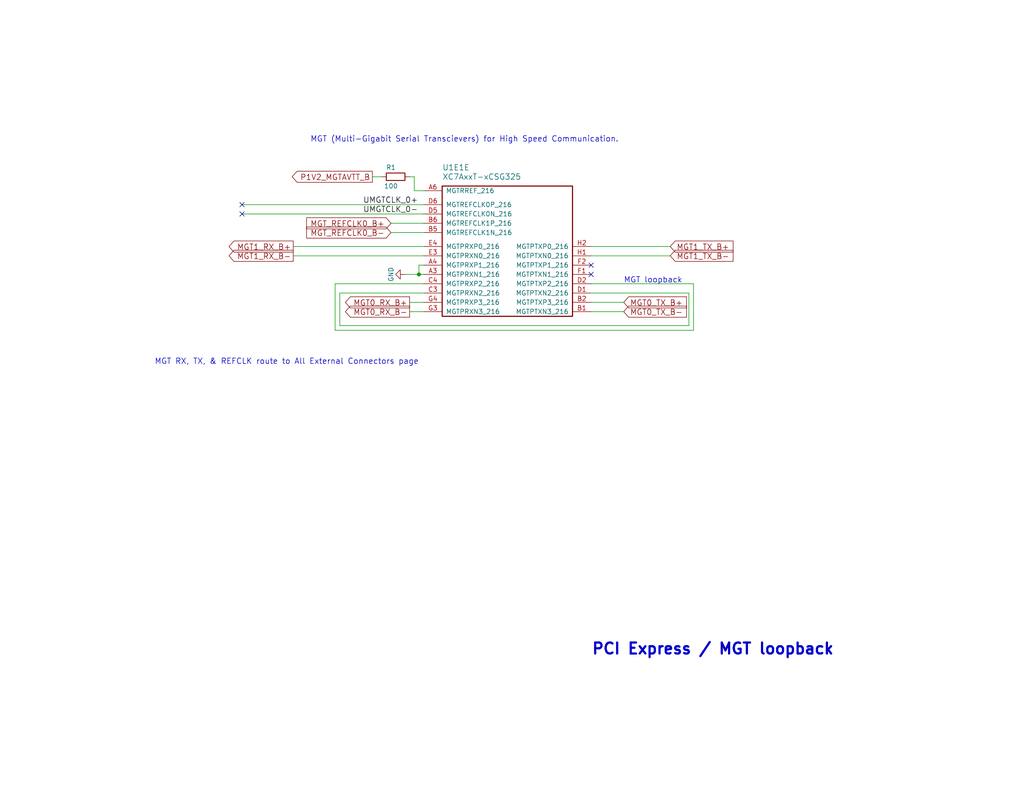
<source format=kicad_sch>
(kicad_sch (version 20250114) (generator "eeschema") (generator_version "9.0")
  (paper "A")
  (title_block (title "hFPGA") (date "2025-09-16") (rev "D") (company "Ethan Yang (github.com/ethanyangtaco115) & Stanely Wang") (comment 1 "A modification of the PicoEVB (github.com/RHSResearchLLC/PicoEVB)") (comment 2 "An expansion"))
  (lib_symbols
    (symbol "CONN_COAXIAL_1" (pin_names (offset 1.016) (hide yes))
      (property "Reference" "J" (at 0.254 3.048 0))
      (property "Value" "CONN_COAXIAL" (at 2.921 0 90))
      (symbol "CONN_COAXIAL_1_1_1"
        (pin passive line (at -3.81 0 0) (length 2.54) (name "In") (number "1"))
        (pin passive line (at 0 -5.08 90) (length 2.54) (name "Ext") (number "2"))
      )
    )
    (symbol "CONN_COAXIAL_2" (pin_names (offset 1.016) (hide yes))
      (property "Reference" "J" (at 0.254 3.048 0))
      (property "Value" "CONN_COAXIAL" (at 2.921 0 90))
      (symbol "CONN_COAXIAL_2_1_1"
        (pin passive line (at -3.81 0 0) (length 2.54) (name "In") (number "1"))
        (pin passive line (at 0 -5.08 90) (length 2.54) (name "Ext") (number "2"))
      )
    )
    (symbol "CONN_COAXIAL_3" (pin_names (offset 1.016) (hide yes))
      (property "Reference" "J" (at 0.254 3.048 0))
      (property "Value" "CONN_COAXIAL" (at 2.921 0 90))
      (symbol "CONN_COAXIAL_3_1_1"
        (pin passive line (at -3.81 0 0) (length 2.54) (name "In") (number "1"))
        (pin passive line (at 0 -5.08 90) (length 2.54) (name "Ext") (number "2"))
      )
    )
    (symbol "CONN_COAXIAL_4" (pin_names (offset 1.016) (hide yes))
      (property "Reference" "J" (at 0.254 3.048 0))
      (property "Value" "CONN_COAXIAL" (at 2.921 0 90))
      (symbol "CONN_COAXIAL_4_1_1"
        (pin passive line (at -3.81 0 0) (length 2.54) (name "In") (number "1"))
        (pin passive line (at 0 -5.08 90) (length 2.54) (name "Ext") (number "2"))
      )
    )
    (symbol "CONN_COAXIAL_5" (pin_names (offset 1.016) (hide yes))
      (property "Reference" "J" (at 0.254 3.048 0))
      (property "Value" "CONN_COAXIAL" (at 2.921 0 90))
      (symbol "CONN_COAXIAL_5_1_1"
        (pin passive line (at -3.81 0 0) (length 2.54) (name "In") (number "1"))
        (pin passive line (at 0 -5.08 90) (length 2.54) (name "Ext") (number "2"))
      )
    )
    (symbol "CONN_COAXIAL_6" (pin_names (offset 1.016) (hide yes))
      (property "Reference" "J" (at 0.254 3.048 0))
      (property "Value" "CONN_COAXIAL" (at 2.921 0 90))
      (symbol "CONN_COAXIAL_6_1_1"
        (pin passive line (at -3.81 0 0) (length 2.54) (name "In") (number "1"))
        (pin passive line (at 0 -5.08 90) (length 2.54) (name "Ext") (number "2"))
      )
    )
    (symbol "GND_1" (power) (pin_names (offset 0))
      (property "Value" "GND" (at 0 -3.81 0))
      (symbol "GND_1_1_1"
        (pin power_in line (at 0 0 270) (length 0) (hide yes) (name "GND") (number "1"))
      )
    )
    (symbol "GND_10" (power) (pin_names (offset 0))
      (property "Value" "GND" (at 0 -3.81 0))
      (symbol "GND_10_1_1"
        (pin power_in line (at 0 0 270) (length 0) (hide yes) (name "GND") (number "1"))
      )
    )
    (symbol "GND_2" (power) (pin_names (offset 0))
      (property "Value" "GND" (at 0 -3.81 0))
      (symbol "GND_2_1_1"
        (pin power_in line (at 0 0 270) (length 0) (hide yes) (name "GND") (number "1"))
      )
    )
    (symbol "GND_3" (power) (pin_names (offset 0))
      (property "Value" "GND" (at 0 -3.81 0))
      (symbol "GND_3_1_1"
        (pin power_in line (at 0 0 270) (length 0) (hide yes) (name "GND") (number "1"))
      )
    )
    (symbol "GND_4" (power) (pin_names (offset 0))
      (property "Value" "GND" (at 0 -3.81 0))
      (symbol "GND_4_1_1"
        (pin power_in line (at 0 0 270) (length 0) (hide yes) (name "GND") (number "1"))
      )
    )
    (symbol "GND_5" (power) (pin_names (offset 0))
      (property "Value" "GND" (at 0 -3.81 0))
      (symbol "GND_5_1_1"
        (pin power_in line (at 0 0 270) (length 0) (hide yes) (name "GND") (number "1"))
      )
    )
    (symbol "GND_6" (power) (pin_names (offset 0))
      (property "Value" "GND" (at 0 -3.81 0))
      (symbol "GND_6_1_1"
        (pin power_in line (at 0 0 270) (length 0) (hide yes) (name "GND") (number "1"))
      )
    )
    (symbol "GND_7" (power) (pin_names (offset 0))
      (property "Value" "GND" (at 0 -3.81 0))
      (symbol "GND_7_1_1"
        (pin power_in line (at 0 0 270) (length 0) (hide yes) (name "GND") (number "1"))
      )
    )
    (symbol "R_1" (pin_numbers (hide yes)) (pin_names (offset 0))
      (property "Reference" "R" (at 2.032 0 90))
      (property "Value" "R" (at 0 0 90))
      (symbol "R_1_1_1"
        (pin passive line (at 0 3.81 270) (length 1.27) (name "~") (number "1"))
        (pin passive line (at 0 -3.81 90) (length 1.27) (name "~") (number "2"))
      )
    )
    (symbol "R_2" (pin_numbers (hide yes)) (pin_names (offset 0))
      (property "Reference" "R" (at 2.032 0 90))
      (property "Value" "R" (at 0 0 90))
      (symbol "R_2_1_1"
        (pin passive line (at 0 3.81 270) (length 1.27) (name "~") (number "1"))
        (pin passive line (at 0 -3.81 90) (length 1.27) (name "~") (number "2"))
      )
    )
    (symbol "xc7a50tcsg325_1" (pin_names (offset 1.016))
      (property "Reference" "U" (at 1.27 3.81 0))
      (property "Value" "xc7a50tcsg325" (at 8.89 3.81 0))
      (symbol "xc7a50tcsg325_1_1_1"
        (pin power_in line (at 0 0 0) (length 5.08) (name "VCCO_0[2]") (number "E10"))
        (pin power_in line (at 0 0 0) (length 5.08) (name "VCCO_0[2]") (number "R10"))
        (pin power_in line (at 0 -2.54 0) (length 5.08) (name "VCCBATT_0") (number "E11"))
        (pin input line (at 0 -6.35 0) (length 5.08) (name "CFGBVS_0") (number "E12"))
        (pin input line (at 0 -8.89 0) (length 5.08) (name "M0_0") (number "R12"))
        (pin input line (at 0 -11.43 0) (length 5.08) (name "M1_0") (number "R11"))
        (pin input line (at 0 -13.97 0) (length 5.08) (name "M2_0") (number "F13"))
        (pin input line (at 0 -17.78 0) (length 5.08) (name "TDI_0") (number "T9"))
        (pin output line (at 0 -20.32 0) (length 5.08) (name "TDO_0") (number "T8"))
        (pin input line (at 0 -22.86 0) (length 5.08) (name "TMS_0") (number "R8"))
        (pin input line (at 0 -25.4 0) (length 5.08) (name "TCK_0") (number "F8"))
        (pin input line (at 0 -29.21 0) (length 5.08) (name "PROGRAM_B_0") (number "P10"))
        (pin input line (at 0 -31.75 0) (length 5.08) (name "INIT_B_0") (number "T10"))
        (pin output line (at 0 -34.29 0) (length 5.08) (name "DONE_0") (number "F12"))
        (pin input line (at 0 -38.1 0) (length 5.08) (name "CCLK_0") (number "E8"))
        (pin power_in line (at 36.83 0 180) (length 5.08) (name "VCCADC_0") (number "J10"))
        (pin power_in line (at 36.83 -2.54 180) (length 5.08) (name "GNDADC_0") (number "J9"))
        (pin input line (at 36.83 -5.08 180) (length 5.08) (name "VREFP_0") (number "L10"))
        (pin input line (at 36.83 -7.62 180) (length 5.08) (name "VREFN_0") (number "K9"))
        (pin input line (at 36.83 -10.16 180) (length 5.08) (name "VP_0") (number "K10"))
        (pin input line (at 36.83 -12.7 180) (length 5.08) (name "VN_0") (number "L9"))
        (pin passive line (at 36.83 -16.51 180) (length 5.08) (name "DXN_0") (number "M9"))
        (pin passive line (at 36.83 -19.05 180) (length 5.08) (name "DXP_0") (number "M10"))
      )
      (symbol "xc7a50tcsg325_1_2_1"
        (pin bidirectional line (at 0 0 0) (length 5.08) (name "IO_0_14") (number "L14"))
        (pin bidirectional line (at 0 -2.54 0) (length 5.08) (name "IO_L1P_T0_D00_MOSI_14") (number "K16"))
        (pin bidirectional line (at 0 -5.08 0) (length 5.08) (name "IO_L1N_T0_D01_DIN_14") (number "L17"))
        (pin bidirectional line (at 0 -7.62 0) (length 5.08) (name "IO_L2P_T0_D02_14") (number "J15"))
        (pin bidirectional line (at 0 -10.16 0) (length 5.08) (name "IO_L2N_T0_D03_14") (number "J16"))
        (pin bidirectional line (at 0 -12.7 0) (length 5.08) (name "IO_L3P_T0_DQS_PUDC_B_14") (number "J18"))
        (pin bidirectional line (at 0 -15.24 0) (length 5.08) (name "IO_L3N_T0_DQS_EMCCLK_14") (number "K18"))
        (pin bidirectional line (at 0 -17.78 0) (length 5.08) (name "IO_L4P_T0_D04_14") (number "K17"))
        (pin bidirectional line (at 0 -20.32 0) (length 5.08) (name "IO_L4N_T0_D05_14") (number "L18"))
        (pin bidirectional line (at 0 -22.86 0) (length 5.08) (name "IO_L5P_T0_D06_14") (number "J14"))
        (pin bidirectional line (at 0 -25.4 0) (length 5.08) (name "IO_L5N_T0_D07_14") (number "K15"))
        (pin bidirectional line (at 0 -27.94 0) (length 5.08) (name "IO_L6P_T0_FCS_B_14") (number "L15"))
        (pin bidirectional line (at 0 -30.48 0) (length 5.08) (name "IO_L6N_T0_D08_VREF_14") (number "M15"))
        (pin bidirectional line (at 0 -33.02 0) (length 5.08) (name "IO_L7P_T1_D09_14") (number "M16"))
        (pin bidirectional line (at 0 -35.56 0) (length 5.08) (name "IO_L7N_T1_D10_14") (number "M17"))
        (pin bidirectional line (at 0 -38.1 0) (length 5.08) (name "IO_L8P_T1_D11_14") (number "M14"))
        (pin bidirectional line (at 0 -40.64 0) (length 5.08) (name "IO_L8N_T1_D12_14") (number "N14"))
        (pin bidirectional line (at 0 -43.18 0) (length 5.08) (name "IO_L9P_T1_DQS_14") (number "N16"))
        (pin bidirectional line (at 0 -45.72 0) (length 5.08) (name "IO_L9N_T1_DQS_D13_14") (number "N17"))
        (pin bidirectional line (at 0 -48.26 0) (length 5.08) (name "IO_L10P_T1_D14_14") (number "N18"))
        (pin bidirectional line (at 0 -50.8 0) (length 5.08) (name "IO_L10N_T1_D15_14") (number "P18"))
        (pin bidirectional line (at 0 -53.34 0) (length 5.08) (name "IO_L11P_T1_SRCC_14") (number "P15"))
        (pin bidirectional line (at 0 -55.88 0) (length 5.08) (name "IO_L11N_T1_SRCC_14") (number "P16"))
        (pin bidirectional line (at 0 -58.42 0) (length 5.08) (name "IO_L12P_T1_MRCC_14") (number "P14"))
        (pin bidirectional line (at 0 -60.96 0) (length 5.08) (name "IO_L12N_T1_MRCC_14") (number "R15"))
        (pin bidirectional line (at 0 -63.5 0) (length 5.08) (name "IO_L13P_T2_MRCC_14") (number "T14"))
        (pin bidirectional line (at 0 -66.04 0) (length 5.08) (name "IO_L13N_T2_MRCC_14") (number "T15"))
        (pin bidirectional line (at 0 -68.58 0) (length 5.08) (name "IO_L14P_T2_SRCC_14") (number "R16"))
        (pin bidirectional line (at 0 -71.12 0) (length 5.08) (name "IO_L14N_T2_SRCC_14") (number "R17"))
        (pin bidirectional line (at 0 -73.66 0) (length 5.08) (name "IO_L15P_T2_DQS_RDWR_B_14") (number "R18"))
        (pin bidirectional line (at 0 -76.2 0) (length 5.08) (name "IO_L15N_T2_DQS_DOUT_CSO_B_14") (number "T18"))
        (pin bidirectional line (at 0 -78.74 0) (length 5.08) (name "IO_L16P_T2_CSI_B_14") (number "T17"))
        (pin bidirectional line (at 0 -81.28 0) (length 5.08) (name "IO_L16N_T2_A15_D31_14") (number "U17"))
        (pin bidirectional line (at 0 -83.82 0) (length 5.08) (name "IO_L17P_T2_A14_D30_14") (number "U15"))
        (pin bidirectional line (at 0 -86.36 0) (length 5.08) (name "IO_L17N_T2_A13_D29_14") (number "U16"))
        (pin bidirectional line (at 0 -88.9 0) (length 5.08) (name "IO_L18P_T2_A12_D28_14") (number "V16"))
        (pin bidirectional line (at 0 -91.44 0) (length 5.08) (name "IO_L18N_T2_A11_D27_14") (number "V17"))
        (pin bidirectional line (at 0 -93.98 0) (length 5.08) (name "IO_L19P_T3_A10_D26_14") (number "R13"))
        (pin bidirectional line (at 0 -96.52 0) (length 5.08) (name "IO_L19N_T3_A09_D25_VREF_14") (number "T13"))
        (pin bidirectional line (at 0 -99.06 0) (length 5.08) (name "IO_L20P_T3_A08_D24_14") (number "U14"))
        (pin bidirectional line (at 0 -101.6 0) (length 5.08) (name "IO_L20N_T3_A07_D23_14") (number "V14"))
        (pin bidirectional line (at 0 -104.14 0) (length 5.08) (name "IO_L21P_T3_DQS_14") (number "V12"))
        (pin bidirectional line (at 0 -106.68 0) (length 5.08) (name "IO_L21N_T3_DQS_A06_D22_14") (number "V13"))
        (pin bidirectional line (at 0 -109.22 0) (length 5.08) (name "IO_L22P_T3_A05_D21_14") (number "T12"))
        (pin bidirectional line (at 0 -111.76 0) (length 5.08) (name "IO_L22N_T3_A04_D20_14") (number "U12"))
        (pin bidirectional line (at 0 -114.3 0) (length 5.08) (name "IO_L23P_T3_A03_D19_14") (number "U11"))
        (pin bidirectional line (at 0 -116.84 0) (length 5.08) (name "IO_L23N_T3_A02_D18_14") (number "V11"))
        (pin bidirectional line (at 0 -119.38 0) (length 5.08) (name "IO_L24P_T3_A01_D17_14") (number "U9"))
        (pin bidirectional line (at 0 -121.92 0) (length 5.08) (name "IO_L24N_T3_A00_D16_14") (number "V9"))
        (pin bidirectional line (at 0 -124.46 0) (length 5.08) (name "IO_25_14") (number "U10"))
        (pin power_in line (at 0 -127 0) (length 5.08) (name "VCCO_14[7]") (number "L16"))
        (pin power_in line (at 0 -127 0) (length 5.08) (name "VCCO_14[7]") (number "P17"))
        (pin power_in line (at 0 -127 0) (length 5.08) (name "VCCO_14[7]") (number "R14"))
        (pin power_in line (at 0 -127 0) (length 5.08) (name "VCCO_14[7]") (number "T11"))
        (pin power_in line (at 0 -127 0) (length 5.08) (name "VCCO_14[7]") (number "U18"))
        (pin power_in line (at 0 -127 0) (length 5.08) (name "VCCO_14[7]") (number "U8"))
        (pin power_in line (at 0 -127 0) (length 5.08) (name "VCCO_14[7]") (number "V15"))
      )
      (symbol "xc7a50tcsg325_1_3_1"
        (pin bidirectional line (at 0 0 0) (length 5.08) (name "IO_0_15") (number "D10"))
        (pin bidirectional line (at 0 -2.54 0) (length 5.08) (name "IO_L1P_T0_AD0P_15") (number "D8"))
        (pin bidirectional line (at 0 -5.08 0) (length 5.08) (name "IO_L1N_T0_AD0N_15") (number "C8"))
        (pin bidirectional line (at 0 -7.62 0) (length 5.08) (name "IO_L2P_T0_AD8P_15") (number "D9"))
        (pin bidirectional line (at 0 -10.16 0) (length 5.08) (name "IO_L2N_T0_AD8N_15") (number "C9"))
        (pin bidirectional line (at 0 -12.7 0) (length 5.08) (name "IO_L3P_T0_DQS_AD1P_15") (number "B9"))
        (pin bidirectional line (at 0 -15.24 0) (length 5.08) (name "IO_L3N_T0_DQS_AD1N_15") (number "A9"))
        (pin bidirectional line (at 0 -17.78 0) (length 5.08) (name "IO_L4P_T0_15") (number "C11"))
        (pin bidirectional line (at 0 -20.32 0) (length 5.08) (name "IO_L4N_T0_15") (number "B11"))
        (pin bidirectional line (at 0 -22.86 0) (length 5.08) (name "IO_L5P_T0_AD9P_15") (number "B10"))
        (pin bidirectional line (at 0 -25.4 0) (length 5.08) (name "IO_L5N_T0_AD9N_15") (number "A10"))
        (pin bidirectional line (at 0 -27.94 0) (length 5.08) (name "IO_L6P_T0_15") (number "D11"))
        (pin bidirectional line (at 0 -30.48 0) (length 5.08) (name "IO_L6N_T0_VREF_15") (number "C12"))
        (pin bidirectional line (at 0 -33.02 0) (length 5.08) (name "IO_L7P_T1_AD2P_15") (number "B12"))
        (pin bidirectional line (at 0 -35.56 0) (length 5.08) (name "IO_L7N_T1_AD2N_15") (number "A12"))
        (pin bidirectional line (at 0 -38.1 0) (length 5.08) (name "IO_L8P_T1_AD10P_15") (number "A13"))
        (pin bidirectional line (at 0 -40.64 0) (length 5.08) (name "IO_L8N_T1_AD10N_15") (number "A14"))
        (pin bidirectional line (at 0 -43.18 0) (length 5.08) (name "IO_L9P_T1_DQS_AD3P_15") (number "C14"))
        (pin bidirectional line (at 0 -45.72 0) (length 5.08) (name "IO_L9N_T1_DQS_AD3N_15") (number "B15"))
        (pin bidirectional line (at 0 -48.26 0) (length 5.08) (name "IO_L10P_T1_AD11P_15") (number "B14"))
        (pin bidirectional line (at 0 -50.8 0) (length 5.08) (name "IO_L10N_T1_AD11N_15") (number "A15"))
        (pin bidirectional line (at 0 -53.34 0) (length 5.08) (name "IO_L11P_T1_SRCC_15") (number "D13"))
        (pin bidirectional line (at 0 -55.88 0) (length 5.08) (name "IO_L11N_T1_SRCC_15") (number "C13"))
        (pin bidirectional line (at 0 -58.42 0) (length 5.08) (name "IO_L12P_T1_MRCC_15") (number "E13"))
        (pin bidirectional line (at 0 -60.96 0) (length 5.08) (name "IO_L12N_T1_MRCC_15") (number "D14"))
        (pin bidirectional line (at 0 -63.5 0) (length 5.08) (name "IO_L13P_T2_MRCC_15") (number "E15"))
        (pin bidirectional line (at 0 -66.04 0) (length 5.08) (name "IO_L13N_T2_MRCC_15") (number "D15"))
        (pin bidirectional line (at 0 -68.58 0) (length 5.08) (name "IO_L14P_T2_SRCC_15") (number "E16"))
        (pin bidirectional line (at 0 -71.12 0) (length 5.08) (name "IO_L14N_T2_SRCC_15") (number "D16"))
        (pin bidirectional line (at 0 -73.66 0) (length 5.08) (name "IO_L15P_T2_DQS_15") (number "B16"))
        (pin bidirectional line (at 0 -76.2 0) (length 5.08) (name "IO_L15N_T2_DQS_ADV_B_15") (number "A17"))
        (pin bidirectional line (at 0 -78.74 0) (length 5.08) (name "IO_L16P_T2_A28_15") (number "C16"))
        (pin bidirectional line (at 0 -81.28 0) (length 5.08) (name "IO_L16N_T2_A27_15") (number "B17"))
        (pin bidirectional line (at 0 -83.82 0) (length 5.08) (name "IO_L17P_T2_A26_15") (number "E17"))
        (pin bidirectional line (at 0 -86.36 0) (length 5.08) (name "IO_L17N_T2_A25_15") (number "D18"))
        (pin bidirectional line (at 0 -88.9 0) (length 5.08) (name "IO_L18P_T2_A24_15") (number "C17"))
        (pin bidirectional line (at 0 -91.44 0) (length 5.08) (name "IO_L18N_T2_A23_15") (number "C18"))
        (pin bidirectional line (at 0 -93.98 0) (length 5.08) (name "IO_L19P_T3_A22_15") (number "G17"))
        (pin bidirectional line (at 0 -96.52 0) (length 5.08) (name "IO_L19N_T3_A21_VREF_15") (number "F18"))
        (pin bidirectional line (at 0 -99.06 0) (length 5.08) (name "IO_L20P_T3_A20_15") (number "H16"))
        (pin bidirectional line (at 0 -101.6 0) (length 5.08) (name "IO_L20N_T3_A19_15") (number "G16"))
        (pin bidirectional line (at 0 -104.14 0) (length 5.08) (name "IO_L21P_T3_DQS_15") (number "G15"))
        (pin bidirectional line (at 0 -106.68 0) (length 5.08) (name "IO_L21N_T3_DQS_A18_15") (number "F15"))
        (pin bidirectional line (at 0 -109.22 0) (length 5.08) (name "IO_L22P_T3_A17_15") (number "G14"))
        (pin bidirectional line (at 0 -111.76 0) (length 5.08) (name "IO_L22N_T3_A16_15") (number "F14"))
        (pin bidirectional line (at 0 -114.3 0) (length 5.08) (name "IO_L23P_T3_FOE_B_15") (number "H17"))
        (pin bidirectional line (at 0 -116.84 0) (length 5.08) (name "IO_L23N_T3_FWE_B_15") (number "H18"))
        (pin bidirectional line (at 0 -119.38 0) (length 5.08) (name "IO_L24P_T3_RS1_15") (number "F17"))
        (pin bidirectional line (at 0 -121.92 0) (length 5.08) (name "IO_L24N_T3_RS0_15") (number "E18"))
        (pin bidirectional line (at 0 -124.46 0) (length 5.08) (name "IO_25_15") (number "H14"))
        (pin power_in line (at 0 -127 0) (length 5.08) (name "VCCO_15[7]") (number "A16"))
        (pin power_in line (at 0 -127 0) (length 5.08) (name "VCCO_15[7]") (number "B13"))
        (pin power_in line (at 0 -127 0) (length 5.08) (name "VCCO_15[7]") (number "C10"))
        (pin power_in line (at 0 -127 0) (length 5.08) (name "VCCO_15[7]") (number "D17"))
        (pin power_in line (at 0 -127 0) (length 5.08) (name "VCCO_15[7]") (number "E14"))
        (pin power_in line (at 0 -127 0) (length 5.08) (name "VCCO_15[7]") (number "G18"))
        (pin power_in line (at 0 -127 0) (length 5.08) (name "VCCO_15[7]") (number "H15"))
      )
      (symbol "xc7a50tcsg325_1_4_1"
        (pin bidirectional line (at 0 0 0) (length 5.08) (name "IO_0_34") (number "J6"))
        (pin bidirectional line (at 0 -2.54 0) (length 5.08) (name "IO_L1P_T0_34") (number "K6"))
        (pin bidirectional line (at 0 -5.08 0) (length 5.08) (name "IO_L1N_T0_34") (number "K5"))
        (pin bidirectional line (at 0 -7.62 0) (length 5.08) (name "IO_L2P_T0_34") (number "J5"))
        (pin bidirectional line (at 0 -10.16 0) (length 5.08) (name "IO_L2N_T0_34") (number "J4"))
        (pin bidirectional line (at 0 -12.7 0) (length 5.08) (name "IO_L3P_T0_DQS_34") (number "K2"))
        (pin bidirectional line (at 0 -15.24 0) (length 5.08) (name "IO_L3N_T0_DQS_34") (number "K1"))
        (pin bidirectional line (at 0 -17.78 0) (length 5.08) (name "IO_L4P_T0_34") (number "K3"))
        (pin bidirectional line (at 0 -20.32 0) (length 5.08) (name "IO_L4N_T0_34") (number "L2"))
        (pin bidirectional line (at 0 -22.86 0) (length 5.08) (name "IO_L5P_T0_34") (number "L4"))
        (pin bidirectional line (at 0 -25.4 0) (length 5.08) (name "IO_L5N_T0_34") (number "L3"))
        (pin bidirectional line (at 0 -27.94 0) (length 5.08) (name "IO_L6P_T0_34") (number "L5"))
        (pin bidirectional line (at 0 -30.48 0) (length 5.08) (name "IO_L6N_T0_VREF_34") (number "M5"))
        (pin bidirectional line (at 0 -33.02 0) (length 5.08) (name "IO_L7P_T1_34") (number "M2"))
        (pin bidirectional line (at 0 -35.56 0) (length 5.08) (name "IO_L7N_T1_34") (number "M1"))
        (pin bidirectional line (at 0 -38.1 0) (length 5.08) (name "IO_L8P_T1_34") (number "M6"))
        (pin bidirectional line (at 0 -40.64 0) (length 5.08) (name "IO_L8N_T1_34") (number "N6"))
        (pin bidirectional line (at 0 -43.18 0) (length 5.08) (name "IO_L9P_T1_DQS_34") (number "N1"))
        (pin bidirectional line (at 0 -45.72 0) (length 5.08) (name "IO_L9N_T1_DQS_34") (number "P1"))
        (pin bidirectional line (at 0 -48.26 0) (length 5.08) (name "IO_L10P_T1_34") (number "M4"))
        (pin bidirectional line (at 0 -50.8 0) (length 5.08) (name "IO_L10N_T1_34") (number "N4"))
        (pin bidirectional line (at 0 -53.34 0) (length 5.08) (name "IO_L11P_T1_SRCC_34") (number "N3"))
        (pin bidirectional line (at 0 -55.88 0) (length 5.08) (name "IO_L11N_T1_SRCC_34") (number "N2"))
        (pin bidirectional line (at 0 -58.42 0) (length 5.08) (name "IO_L12P_T1_MRCC_34") (number "P4"))
        (pin bidirectional line (at 0 -60.96 0) (length 5.08) (name "IO_L12N_T1_MRCC_34") (number "P3"))
        (pin bidirectional line (at 0 -63.5 0) (length 5.08) (name "IO_L13P_T2_MRCC_34") (number "R2"))
        (pin bidirectional line (at 0 -66.04 0) (length 5.08) (name "IO_L13N_T2_MRCC_34") (number "R1"))
        (pin bidirectional line (at 0 -68.58 0) (length 5.08) (name "IO_L14P_T2_SRCC_34") (number "R3"))
        (pin bidirectional line (at 0 -71.12 0) (length 5.08) (name "IO_L14N_T2_SRCC_34") (number "T2"))
        (pin bidirectional line (at 0 -73.66 0) (length 5.08) (name "IO_L15P_T2_DQS_34") (number "U2"))
        (pin bidirectional line (at 0 -76.2 0) (length 5.08) (name "IO_L15N_T2_DQS_34") (number "U1"))
        (pin bidirectional line (at 0 -78.74 0) (length 5.08) (name "IO_L16P_T2_34") (number "V3"))
        (pin bidirectional line (at 0 -81.28 0) (length 5.08) (name "IO_L16N_T2_34") (number "V2"))
        (pin bidirectional line (at 0 -83.82 0) (length 5.08) (name "IO_L17P_T2_34") (number "T4"))
        (pin bidirectional line (at 0 -86.36 0) (length 5.08) (name "IO_L17N_T2_34") (number "T3"))
        (pin bidirectional line (at 0 -88.9 0) (length 5.08) (name "IO_L18P_T2_34") (number "U4"))
        (pin bidirectional line (at 0 -91.44 0) (length 5.08) (name "IO_L18N_T2_34") (number "V4"))
        (pin bidirectional line (at 0 -93.98 0) (length 5.08) (name "IO_L19P_T3_34") (number "P6"))
        (pin bidirectional line (at 0 -96.52 0) (length 5.08) (name "IO_L19N_T3_VREF_34") (number "P5"))
        (pin bidirectional line (at 0 -99.06 0) (length 5.08) (name "IO_L20P_T3_34") (number "U6"))
        (pin bidirectional line (at 0 -101.6 0) (length 5.08) (name "IO_L20N_T3_34") (number "U5"))
        (pin bidirectional line (at 0 -104.14 0) (length 5.08) (name "IO_L21P_T3_DQS_34") (number "R5"))
        (pin bidirectional line (at 0 -106.68 0) (length 5.08) (name "IO_L21N_T3_DQS_34") (number "T5"))
        (pin bidirectional line (at 0 -109.22 0) (length 5.08) (name "IO_L22P_T3_34") (number "R7"))
        (pin bidirectional line (at 0 -111.76 0) (length 5.08) (name "IO_L22N_T3_34") (number "T7"))
        (pin bidirectional line (at 0 -114.3 0) (length 5.08) (name "IO_L23P_T3_34") (number "U7"))
        (pin bidirectional line (at 0 -116.84 0) (length 5.08) (name "IO_L23N_T3_34") (number "V6"))
        (pin bidirectional line (at 0 -119.38 0) (length 5.08) (name "IO_L24P_T3_34") (number "V8"))
        (pin bidirectional line (at 0 -121.92 0) (length 5.08) (name "IO_L24N_T3_34") (number "V7"))
        (pin bidirectional line (at 0 -124.46 0) (length 5.08) (name "IO_25_34") (number "R6"))
        (pin power_in line (at 0 -127 0) (length 5.08) (name "VCCO_34[6]") (number "L6"))
        (pin power_in line (at 0 -127 0) (length 5.08) (name "VCCO_34[6]") (number "M3"))
        (pin power_in line (at 0 -127 0) (length 5.08) (name "VCCO_34[6]") (number "P7"))
        (pin power_in line (at 0 -127 0) (length 5.08) (name "VCCO_34[6]") (number "R4"))
        (pin power_in line (at 0 -127 0) (length 5.08) (name "VCCO_34[6]") (number "T1"))
        (pin power_in line (at 0 -127 0) (length 5.08) (name "VCCO_34[6]") (number "V5"))
      )
      (symbol "xc7a50tcsg325_1_5_1"
        (pin passive line (at 0 0 0) (length 5.08) (name "MGTRREF_216") (number "A6"))
        (pin input line (at 0 -3.81 0) (length 5.08) (name "MGTREFCLK0P_216") (number "D6"))
        (pin input line (at 0 -6.35 0) (length 5.08) (name "MGTREFCLK0N_216") (number "D5"))
        (pin input line (at 0 -8.89 0) (length 5.08) (name "MGTREFCLK1P_216") (number "B6"))
        (pin input line (at 0 -11.43 0) (length 5.08) (name "MGTREFCLK1N_216") (number "B5"))
        (pin input line (at 0 -15.24 0) (length 5.08) (name "MGTPRXP0_216") (number "E4"))
        (pin input line (at 0 -17.78 0) (length 5.08) (name "MGTPRXN0_216") (number "E3"))
        (pin input line (at 0 -20.32 0) (length 5.08) (name "MGTPRXP1_216") (number "A4"))
        (pin input line (at 0 -22.86 0) (length 5.08) (name "MGTPRXN1_216") (number "A3"))
        (pin input line (at 0 -25.4 0) (length 5.08) (name "MGTPRXP2_216") (number "C4"))
        (pin input line (at 0 -27.94 0) (length 5.08) (name "MGTPRXN2_216") (number "C3"))
        (pin input line (at 0 -30.48 0) (length 5.08) (name "MGTPRXP3_216") (number "G4"))
        (pin input line (at 0 -33.02 0) (length 5.08) (name "MGTPRXN3_216") (number "G3"))
        (pin output line (at 45.72 -15.24 180) (length 5.08) (name "MGTPTXP0_216") (number "H2"))
        (pin output line (at 45.72 -17.78 180) (length 5.08) (name "MGTPTXN0_216") (number "H1"))
        (pin output line (at 45.72 -20.32 180) (length 5.08) (name "MGTPTXP1_216") (number "F2"))
        (pin output line (at 45.72 -22.86 180) (length 5.08) (name "MGTPTXN1_216") (number "F1"))
        (pin output line (at 45.72 -25.4 180) (length 5.08) (name "MGTPTXP2_216") (number "D2"))
        (pin output line (at 45.72 -27.94 180) (length 5.08) (name "MGTPTXN2_216") (number "D1"))
        (pin output line (at 45.72 -30.48 180) (length 5.08) (name "MGTPTXP3_216") (number "B2"))
        (pin output line (at 45.72 -33.02 180) (length 5.08) (name "MGTPTXN3_216") (number "B1"))
      )
      (symbol "xc7a50tcsg325_1_6_1"
        (pin power_in line (at 0 0 0) (length 5.08) (name "VCCAUX[5]") (number "G12"))
        (pin power_in line (at 0 0 0) (length 5.08) (name "VCCAUX[5]") (number "H13"))
        (pin power_in line (at 0 0 0) (length 5.08) (name "VCCAUX[5]") (number "K13"))
        (pin power_in line (at 0 0 0) (length 5.08) (name "VCCAUX[5]") (number "M13"))
        (pin power_in line (at 0 0 0) (length 5.08) (name "VCCAUX[5]") (number "P13"))
        (pin power_in line (at 0 -2.54 0) (length 5.08) (name "VCCINT[18]") (number "F7"))
        (pin power_in line (at 0 -2.54 0) (length 5.08) (name "VCCINT[18]") (number "F9"))
        (pin power_in line (at 0 -2.54 0) (length 5.08) (name "VCCINT[18]") (number "G8"))
        (pin power_in line (at 0 -2.54 0) (length 5.08) (name "VCCINT[18]") (number "H7"))
        (pin power_in line (at 0 -2.54 0) (length 5.08) (name "VCCINT[18]") (number "H9"))
        (pin power_in line (at 0 -2.54 0) (length 5.08) (name "VCCINT[18]") (number "J12"))
        (pin power_in line (at 0 -2.54 0) (length 5.08) (name "VCCINT[18]") (number "J8"))
        (pin power_in line (at 0 -2.54 0) (length 5.08) (name "VCCINT[18]") (number "K11"))
        (pin power_in line (at 0 -2.54 0) (length 5.08) (name "VCCINT[18]") (number "K7"))
        (pin power_in line (at 0 -2.54 0) (length 5.08) (name "VCCINT[18]") (number "L12"))
        (pin power_in line (at 0 -2.54 0) (length 5.08) (name "VCCINT[18]") (number "L8"))
        (pin power_in line (at 0 -2.54 0) (length 5.08) (name "VCCINT[18]") (number "M11"))
        (pin power_in line (at 0 -2.54 0) (length 5.08) (name "VCCINT[18]") (number "M7"))
        (pin power_in line (at 0 -2.54 0) (length 5.08) (name "VCCINT[18]") (number "N10"))
        (pin power_in line (at 0 -2.54 0) (length 5.08) (name "VCCINT[18]") (number "N12"))
        (pin power_in line (at 0 -2.54 0) (length 5.08) (name "VCCINT[18]") (number "N8"))
        (pin power_in line (at 0 -2.54 0) (length 5.08) (name "VCCINT[18]") (number "P11"))
        (pin power_in line (at 0 -2.54 0) (length 5.08) (name "VCCINT[18]") (number "P9"))
        (pin power_in line (at 0 -5.08 0) (length 5.08) (name "GND[75]") (number "A1"))
        (pin power_in line (at 0 -5.08 0) (length 5.08) (name "GND[75]") (number "A11"))
        (pin power_in line (at 0 -5.08 0) (length 5.08) (name "GND[75]") (number "A18"))
        (pin power_in line (at 0 -5.08 0) (length 5.08) (name "GND[75]") (number "A5"))
        (pin power_in line (at 0 -5.08 0) (length 5.08) (name "GND[75]") (number "A7"))
        (pin power_in line (at 0 -5.08 0) (length 5.08) (name "GND[75]") (number "A8"))
        (pin power_in line (at 0 -5.08 0) (length 5.08) (name "GND[75]") (number "B18"))
        (pin power_in line (at 0 -5.08 0) (length 5.08) (name "GND[75]") (number "B3"))
        (pin power_in line (at 0 -5.08 0) (length 5.08) (name "GND[75]") (number "B7"))
        (pin power_in line (at 0 -5.08 0) (length 5.08) (name "GND[75]") (number "B8"))
        (pin power_in line (at 0 -5.08 0) (length 5.08) (name "GND[75]") (number "C15"))
        (pin power_in line (at 0 -5.08 0) (length 5.08) (name "GND[75]") (number "C2"))
        (pin power_in line (at 0 -5.08 0) (length 5.08) (name "GND[75]") (number "C6"))
        (pin power_in line (at 0 -5.08 0) (length 5.08) (name "GND[75]") (number "C7"))
        (pin power_in line (at 0 -5.08 0) (length 5.08) (name "GND[75]") (number "D12"))
        (pin power_in line (at 0 -5.08 0) (length 5.08) (name "GND[75]") (number "D3"))
        (pin power_in line (at 0 -5.08 0) (length 5.08) (name "GND[75]") (number "D4"))
        (pin power_in line (at 0 -5.08 0) (length 5.08) (name "GND[75]") (number "D7"))
        (pin power_in line (at 0 -5.08 0) (length 5.08) (name "GND[75]") (number "E2"))
        (pin power_in line (at 0 -5.08 0) (length 5.08) (name "GND[75]") (number "E6"))
        (pin power_in line (at 0 -5.08 0) (length 5.08) (name "GND[75]") (number "E7"))
        (pin power_in line (at 0 -5.08 0) (length 5.08) (name "GND[75]") (number "E9"))
        (pin power_in line (at 0 -5.08 0) (length 5.08) (name "GND[75]") (number "F10"))
        (pin power_in line (at 0 -5.08 0) (length 5.08) (name "GND[75]") (number "F16"))
        (pin power_in line (at 0 -5.08 0) (length 5.08) (name "GND[75]") (number "F4"))
        (pin power_in line (at 0 -5.08 0) (length 5.08) (name "GND[75]") (number "F6"))
        (pin power_in line (at 0 -5.08 0) (length 5.08) (name "GND[75]") (number "G1"))
        (pin power_in line (at 0 -5.08 0) (length 5.08) (name "GND[75]") (number "G11"))
        (pin power_in line (at 0 -5.08 0) (length 5.08) (name "GND[75]") (number "G13"))
        (pin power_in line (at 0 -5.08 0) (length 5.08) (name "GND[75]") (number "G5"))
        (pin power_in line (at 0 -5.08 0) (length 5.08) (name "GND[75]") (number "G6"))
        (pin power_in line (at 0 -5.08 0) (length 5.08) (name "GND[75]") (number "G7"))
        (pin power_in line (at 0 -5.08 0) (length 5.08) (name "GND[75]") (number "G9"))
        (pin power_in line (at 0 -5.08 0) (length 5.08) (name "GND[75]") (number "H10"))
        (pin power_in line (at 0 -5.08 0) (length 5.08) (name "GND[75]") (number "H12"))
        (pin power_in line (at 0 -5.08 0) (length 5.08) (name "GND[75]") (number "H3"))
        (pin power_in line (at 0 -5.08 0) (length 5.08) (name "GND[75]") (number "H4"))
        (pin power_in line (at 0 -5.08 0) (length 5.08) (name "GND[75]") (number "H5"))
        (pin power_in line (at 0 -5.08 0) (length 5.08) (name "GND[75]") (number "H6"))
        (pin power_in line (at 0 -5.08 0) (length 5.08) (name "GND[75]") (number "H8"))
        (pin power_in line (at 0 -5.08 0) (length 5.08) (name "GND[75]") (number "J1"))
        (pin power_in line (at 0 -5.08 0) (length 5.08) (name "GND[75]") (number "J11"))
        (pin power_in line (at 0 -5.08 0) (length 5.08) (name "GND[75]") (number "J13"))
        (pin power_in line (at 0 -5.08 0) (length 5.08) (name "GND[75]") (number "J17"))
        (pin power_in line (at 0 -5.08 0) (length 5.08) (name "GND[75]") (number "J2"))
        (pin power_in line (at 0 -5.08 0) (length 5.08) (name "GND[75]") (number "J3"))
        (pin power_in line (at 0 -5.08 0) (length 5.08) (name "GND[75]") (number "J7"))
        (pin power_in line (at 0 -5.08 0) (length 5.08) (name "GND[75]") (number "K12"))
        (pin power_in line (at 0 -5.08 0) (length 5.08) (name "GND[75]") (number "K14"))
        (pin power_in line (at 0 -5.08 0) (length 5.08) (name "GND[75]") (number "K4"))
        (pin power_in line (at 0 -5.08 0) (length 5.08) (name "GND[75]") (number "K8"))
        (pin power_in line (at 0 -5.08 0) (length 5.08) (name "GND[75]") (number "L1"))
        (pin power_in line (at 0 -5.08 0) (length 5.08) (name "GND[75]") (number "L11"))
        (pin power_in line (at 0 -5.08 0) (length 5.08) (name "GND[75]") (number "L13"))
        (pin power_in line (at 0 -5.08 0) (length 5.08) (name "GND[75]") (number "L7"))
        (pin power_in line (at 0 -5.08 0) (length 5.08) (name "GND[75]") (number "M12"))
        (pin power_in line (at 0 -5.08 0) (length 5.08) (name "GND[75]") (number "M18"))
        (pin power_in line (at 0 -5.08 0) (length 5.08) (name "GND[75]") (number "M8"))
        (pin power_in line (at 0 -5.08 0) (length 5.08) (name "GND[75]") (number "N11"))
        (pin power_in line (at 0 -5.08 0) (length 5.08) (name "GND[75]") (number "N13"))
        (pin power_in line (at 0 -5.08 0) (length 5.08) (name "GND[75]") (number "N15"))
        (pin power_in line (at 0 -5.08 0) (length 5.08) (name "GND[75]") (number "N5"))
        (pin power_in line (at 0 -5.08 0) (length 5.08) (name "GND[75]") (number "N7"))
        (pin power_in line (at 0 -5.08 0) (length 5.08) (name "GND[75]") (number "N9"))
        (pin power_in line (at 0 -5.08 0) (length 5.08) (name "GND[75]") (number "P12"))
        (pin power_in line (at 0 -5.08 0) (length 5.08) (name "GND[75]") (number "P2"))
        (pin power_in line (at 0 -5.08 0) (length 5.08) (name "GND[75]") (number "P8"))
        (pin power_in line (at 0 -5.08 0) (length 5.08) (name "GND[75]") (number "R9"))
        (pin power_in line (at 0 -5.08 0) (length 5.08) (name "GND[75]") (number "T16"))
        (pin power_in line (at 0 -5.08 0) (length 5.08) (name "GND[75]") (number "T6"))
        (pin power_in line (at 0 -5.08 0) (length 5.08) (name "GND[75]") (number "U13"))
        (pin power_in line (at 0 -5.08 0) (length 5.08) (name "GND[75]") (number "U3"))
        (pin power_in line (at 0 -5.08 0) (length 5.08) (name "GND[75]") (number "V1"))
        (pin power_in line (at 0 -5.08 0) (length 5.08) (name "GND[75]") (number "V10"))
        (pin power_in line (at 0 -5.08 0) (length 5.08) (name "GND[75]") (number "V18"))
        (pin power_in line (at 0 -7.62 0) (length 5.08) (name "VCCBRAM[3]") (number "F11"))
        (pin power_in line (at 0 -7.62 0) (length 5.08) (name "VCCBRAM[3]") (number "G10"))
        (pin power_in line (at 0 -7.62 0) (length 5.08) (name "VCCBRAM[3]") (number "H11"))
        (pin power_in line (at 0 -10.16 0) (length 5.08) (name "MGTAVCC[4]") (number "B4"))
        (pin power_in line (at 0 -10.16 0) (length 5.08) (name "MGTAVCC[4]") (number "C5"))
        (pin power_in line (at 0 -10.16 0) (length 5.08) (name "MGTAVCC[4]") (number "E5"))
        (pin power_in line (at 0 -10.16 0) (length 5.08) (name "MGTAVCC[4]") (number "F5"))
        (pin power_in line (at 0 -12.7 0) (length 5.08) (name "MGTAVTT[5]") (number "A2"))
        (pin power_in line (at 0 -12.7 0) (length 5.08) (name "MGTAVTT[5]") (number "C1"))
        (pin power_in line (at 0 -12.7 0) (length 5.08) (name "MGTAVTT[5]") (number "E1"))
        (pin power_in line (at 0 -12.7 0) (length 5.08) (name "MGTAVTT[5]") (number "F3"))
        (pin power_in line (at 0 -12.7 0) (length 5.08) (name "MGTAVTT[5]") (number "G2"))
      )
    )
    (symbol "xc7a50tcsg325_2" (pin_names (offset 1.016))
      (property "Reference" "U" (at 1.27 3.81 0))
      (property "Value" "xc7a50tcsg325" (at 8.89 3.81 0))
      (symbol "xc7a50tcsg325_2_1_1"
        (pin power_in line (at 0 0 0) (length 5.08) (name "VCCO_0[2]") (number "E10"))
        (pin power_in line (at 0 0 0) (length 5.08) (name "VCCO_0[2]") (number "R10"))
        (pin power_in line (at 0 -2.54 0) (length 5.08) (name "VCCBATT_0") (number "E11"))
        (pin input line (at 0 -6.35 0) (length 5.08) (name "CFGBVS_0") (number "E12"))
        (pin input line (at 0 -8.89 0) (length 5.08) (name "M0_0") (number "R12"))
        (pin input line (at 0 -11.43 0) (length 5.08) (name "M1_0") (number "R11"))
        (pin input line (at 0 -13.97 0) (length 5.08) (name "M2_0") (number "F13"))
        (pin input line (at 0 -17.78 0) (length 5.08) (name "TDI_0") (number "T9"))
        (pin output line (at 0 -20.32 0) (length 5.08) (name "TDO_0") (number "T8"))
        (pin input line (at 0 -22.86 0) (length 5.08) (name "TMS_0") (number "R8"))
        (pin input line (at 0 -25.4 0) (length 5.08) (name "TCK_0") (number "F8"))
        (pin input line (at 0 -29.21 0) (length 5.08) (name "PROGRAM_B_0") (number "P10"))
        (pin input line (at 0 -31.75 0) (length 5.08) (name "INIT_B_0") (number "T10"))
        (pin output line (at 0 -34.29 0) (length 5.08) (name "DONE_0") (number "F12"))
        (pin input line (at 0 -38.1 0) (length 5.08) (name "CCLK_0") (number "E8"))
        (pin power_in line (at 36.83 0 180) (length 5.08) (name "VCCADC_0") (number "J10"))
        (pin power_in line (at 36.83 -2.54 180) (length 5.08) (name "GNDADC_0") (number "J9"))
        (pin input line (at 36.83 -5.08 180) (length 5.08) (name "VREFP_0") (number "L10"))
        (pin input line (at 36.83 -7.62 180) (length 5.08) (name "VREFN_0") (number "K9"))
        (pin input line (at 36.83 -10.16 180) (length 5.08) (name "VP_0") (number "K10"))
        (pin input line (at 36.83 -12.7 180) (length 5.08) (name "VN_0") (number "L9"))
        (pin passive line (at 36.83 -16.51 180) (length 5.08) (name "DXN_0") (number "M9"))
        (pin passive line (at 36.83 -19.05 180) (length 5.08) (name "DXP_0") (number "M10"))
      )
      (symbol "xc7a50tcsg325_2_2_1"
        (pin bidirectional line (at 0 0 0) (length 5.08) (name "IO_0_14") (number "L14"))
        (pin bidirectional line (at 0 -2.54 0) (length 5.08) (name "IO_L1P_T0_D00_MOSI_14") (number "K16"))
        (pin bidirectional line (at 0 -5.08 0) (length 5.08) (name "IO_L1N_T0_D01_DIN_14") (number "L17"))
        (pin bidirectional line (at 0 -7.62 0) (length 5.08) (name "IO_L2P_T0_D02_14") (number "J15"))
        (pin bidirectional line (at 0 -10.16 0) (length 5.08) (name "IO_L2N_T0_D03_14") (number "J16"))
        (pin bidirectional line (at 0 -12.7 0) (length 5.08) (name "IO_L3P_T0_DQS_PUDC_B_14") (number "J18"))
        (pin bidirectional line (at 0 -15.24 0) (length 5.08) (name "IO_L3N_T0_DQS_EMCCLK_14") (number "K18"))
        (pin bidirectional line (at 0 -17.78 0) (length 5.08) (name "IO_L4P_T0_D04_14") (number "K17"))
        (pin bidirectional line (at 0 -20.32 0) (length 5.08) (name "IO_L4N_T0_D05_14") (number "L18"))
        (pin bidirectional line (at 0 -22.86 0) (length 5.08) (name "IO_L5P_T0_D06_14") (number "J14"))
        (pin bidirectional line (at 0 -25.4 0) (length 5.08) (name "IO_L5N_T0_D07_14") (number "K15"))
        (pin bidirectional line (at 0 -27.94 0) (length 5.08) (name "IO_L6P_T0_FCS_B_14") (number "L15"))
        (pin bidirectional line (at 0 -30.48 0) (length 5.08) (name "IO_L6N_T0_D08_VREF_14") (number "M15"))
        (pin bidirectional line (at 0 -33.02 0) (length 5.08) (name "IO_L7P_T1_D09_14") (number "M16"))
        (pin bidirectional line (at 0 -35.56 0) (length 5.08) (name "IO_L7N_T1_D10_14") (number "M17"))
        (pin bidirectional line (at 0 -38.1 0) (length 5.08) (name "IO_L8P_T1_D11_14") (number "M14"))
        (pin bidirectional line (at 0 -40.64 0) (length 5.08) (name "IO_L8N_T1_D12_14") (number "N14"))
        (pin bidirectional line (at 0 -43.18 0) (length 5.08) (name "IO_L9P_T1_DQS_14") (number "N16"))
        (pin bidirectional line (at 0 -45.72 0) (length 5.08) (name "IO_L9N_T1_DQS_D13_14") (number "N17"))
        (pin bidirectional line (at 0 -48.26 0) (length 5.08) (name "IO_L10P_T1_D14_14") (number "N18"))
        (pin bidirectional line (at 0 -50.8 0) (length 5.08) (name "IO_L10N_T1_D15_14") (number "P18"))
        (pin bidirectional line (at 0 -53.34 0) (length 5.08) (name "IO_L11P_T1_SRCC_14") (number "P15"))
        (pin bidirectional line (at 0 -55.88 0) (length 5.08) (name "IO_L11N_T1_SRCC_14") (number "P16"))
        (pin bidirectional line (at 0 -58.42 0) (length 5.08) (name "IO_L12P_T1_MRCC_14") (number "P14"))
        (pin bidirectional line (at 0 -60.96 0) (length 5.08) (name "IO_L12N_T1_MRCC_14") (number "R15"))
        (pin bidirectional line (at 0 -63.5 0) (length 5.08) (name "IO_L13P_T2_MRCC_14") (number "T14"))
        (pin bidirectional line (at 0 -66.04 0) (length 5.08) (name "IO_L13N_T2_MRCC_14") (number "T15"))
        (pin bidirectional line (at 0 -68.58 0) (length 5.08) (name "IO_L14P_T2_SRCC_14") (number "R16"))
        (pin bidirectional line (at 0 -71.12 0) (length 5.08) (name "IO_L14N_T2_SRCC_14") (number "R17"))
        (pin bidirectional line (at 0 -73.66 0) (length 5.08) (name "IO_L15P_T2_DQS_RDWR_B_14") (number "R18"))
        (pin bidirectional line (at 0 -76.2 0) (length 5.08) (name "IO_L15N_T2_DQS_DOUT_CSO_B_14") (number "T18"))
        (pin bidirectional line (at 0 -78.74 0) (length 5.08) (name "IO_L16P_T2_CSI_B_14") (number "T17"))
        (pin bidirectional line (at 0 -81.28 0) (length 5.08) (name "IO_L16N_T2_A15_D31_14") (number "U17"))
        (pin bidirectional line (at 0 -83.82 0) (length 5.08) (name "IO_L17P_T2_A14_D30_14") (number "U15"))
        (pin bidirectional line (at 0 -86.36 0) (length 5.08) (name "IO_L17N_T2_A13_D29_14") (number "U16"))
        (pin bidirectional line (at 0 -88.9 0) (length 5.08) (name "IO_L18P_T2_A12_D28_14") (number "V16"))
        (pin bidirectional line (at 0 -91.44 0) (length 5.08) (name "IO_L18N_T2_A11_D27_14") (number "V17"))
        (pin bidirectional line (at 0 -93.98 0) (length 5.08) (name "IO_L19P_T3_A10_D26_14") (number "R13"))
        (pin bidirectional line (at 0 -96.52 0) (length 5.08) (name "IO_L19N_T3_A09_D25_VREF_14") (number "T13"))
        (pin bidirectional line (at 0 -99.06 0) (length 5.08) (name "IO_L20P_T3_A08_D24_14") (number "U14"))
        (pin bidirectional line (at 0 -101.6 0) (length 5.08) (name "IO_L20N_T3_A07_D23_14") (number "V14"))
        (pin bidirectional line (at 0 -104.14 0) (length 5.08) (name "IO_L21P_T3_DQS_14") (number "V12"))
        (pin bidirectional line (at 0 -106.68 0) (length 5.08) (name "IO_L21N_T3_DQS_A06_D22_14") (number "V13"))
        (pin bidirectional line (at 0 -109.22 0) (length 5.08) (name "IO_L22P_T3_A05_D21_14") (number "T12"))
        (pin bidirectional line (at 0 -111.76 0) (length 5.08) (name "IO_L22N_T3_A04_D20_14") (number "U12"))
        (pin bidirectional line (at 0 -114.3 0) (length 5.08) (name "IO_L23P_T3_A03_D19_14") (number "U11"))
        (pin bidirectional line (at 0 -116.84 0) (length 5.08) (name "IO_L23N_T3_A02_D18_14") (number "V11"))
        (pin bidirectional line (at 0 -119.38 0) (length 5.08) (name "IO_L24P_T3_A01_D17_14") (number "U9"))
        (pin bidirectional line (at 0 -121.92 0) (length 5.08) (name "IO_L24N_T3_A00_D16_14") (number "V9"))
        (pin bidirectional line (at 0 -124.46 0) (length 5.08) (name "IO_25_14") (number "U10"))
        (pin power_in line (at 0 -127 0) (length 5.08) (name "VCCO_14[7]") (number "L16"))
        (pin power_in line (at 0 -127 0) (length 5.08) (name "VCCO_14[7]") (number "P17"))
        (pin power_in line (at 0 -127 0) (length 5.08) (name "VCCO_14[7]") (number "R14"))
        (pin power_in line (at 0 -127 0) (length 5.08) (name "VCCO_14[7]") (number "T11"))
        (pin power_in line (at 0 -127 0) (length 5.08) (name "VCCO_14[7]") (number "U18"))
        (pin power_in line (at 0 -127 0) (length 5.08) (name "VCCO_14[7]") (number "U8"))
        (pin power_in line (at 0 -127 0) (length 5.08) (name "VCCO_14[7]") (number "V15"))
      )
      (symbol "xc7a50tcsg325_2_3_1"
        (pin bidirectional line (at 0 0 0) (length 5.08) (name "IO_0_15") (number "D10"))
        (pin bidirectional line (at 0 -2.54 0) (length 5.08) (name "IO_L1P_T0_AD0P_15") (number "D8"))
        (pin bidirectional line (at 0 -5.08 0) (length 5.08) (name "IO_L1N_T0_AD0N_15") (number "C8"))
        (pin bidirectional line (at 0 -7.62 0) (length 5.08) (name "IO_L2P_T0_AD8P_15") (number "D9"))
        (pin bidirectional line (at 0 -10.16 0) (length 5.08) (name "IO_L2N_T0_AD8N_15") (number "C9"))
        (pin bidirectional line (at 0 -12.7 0) (length 5.08) (name "IO_L3P_T0_DQS_AD1P_15") (number "B9"))
        (pin bidirectional line (at 0 -15.24 0) (length 5.08) (name "IO_L3N_T0_DQS_AD1N_15") (number "A9"))
        (pin bidirectional line (at 0 -17.78 0) (length 5.08) (name "IO_L4P_T0_15") (number "C11"))
        (pin bidirectional line (at 0 -20.32 0) (length 5.08) (name "IO_L4N_T0_15") (number "B11"))
        (pin bidirectional line (at 0 -22.86 0) (length 5.08) (name "IO_L5P_T0_AD9P_15") (number "B10"))
        (pin bidirectional line (at 0 -25.4 0) (length 5.08) (name "IO_L5N_T0_AD9N_15") (number "A10"))
        (pin bidirectional line (at 0 -27.94 0) (length 5.08) (name "IO_L6P_T0_15") (number "D11"))
        (pin bidirectional line (at 0 -30.48 0) (length 5.08) (name "IO_L6N_T0_VREF_15") (number "C12"))
        (pin bidirectional line (at 0 -33.02 0) (length 5.08) (name "IO_L7P_T1_AD2P_15") (number "B12"))
        (pin bidirectional line (at 0 -35.56 0) (length 5.08) (name "IO_L7N_T1_AD2N_15") (number "A12"))
        (pin bidirectional line (at 0 -38.1 0) (length 5.08) (name "IO_L8P_T1_AD10P_15") (number "A13"))
        (pin bidirectional line (at 0 -40.64 0) (length 5.08) (name "IO_L8N_T1_AD10N_15") (number "A14"))
        (pin bidirectional line (at 0 -43.18 0) (length 5.08) (name "IO_L9P_T1_DQS_AD3P_15") (number "C14"))
        (pin bidirectional line (at 0 -45.72 0) (length 5.08) (name "IO_L9N_T1_DQS_AD3N_15") (number "B15"))
        (pin bidirectional line (at 0 -48.26 0) (length 5.08) (name "IO_L10P_T1_AD11P_15") (number "B14"))
        (pin bidirectional line (at 0 -50.8 0) (length 5.08) (name "IO_L10N_T1_AD11N_15") (number "A15"))
        (pin bidirectional line (at 0 -53.34 0) (length 5.08) (name "IO_L11P_T1_SRCC_15") (number "D13"))
        (pin bidirectional line (at 0 -55.88 0) (length 5.08) (name "IO_L11N_T1_SRCC_15") (number "C13"))
        (pin bidirectional line (at 0 -58.42 0) (length 5.08) (name "IO_L12P_T1_MRCC_15") (number "E13"))
        (pin bidirectional line (at 0 -60.96 0) (length 5.08) (name "IO_L12N_T1_MRCC_15") (number "D14"))
        (pin bidirectional line (at 0 -63.5 0) (length 5.08) (name "IO_L13P_T2_MRCC_15") (number "E15"))
        (pin bidirectional line (at 0 -66.04 0) (length 5.08) (name "IO_L13N_T2_MRCC_15") (number "D15"))
        (pin bidirectional line (at 0 -68.58 0) (length 5.08) (name "IO_L14P_T2_SRCC_15") (number "E16"))
        (pin bidirectional line (at 0 -71.12 0) (length 5.08) (name "IO_L14N_T2_SRCC_15") (number "D16"))
        (pin bidirectional line (at 0 -73.66 0) (length 5.08) (name "IO_L15P_T2_DQS_15") (number "B16"))
        (pin bidirectional line (at 0 -76.2 0) (length 5.08) (name "IO_L15N_T2_DQS_ADV_B_15") (number "A17"))
        (pin bidirectional line (at 0 -78.74 0) (length 5.08) (name "IO_L16P_T2_A28_15") (number "C16"))
        (pin bidirectional line (at 0 -81.28 0) (length 5.08) (name "IO_L16N_T2_A27_15") (number "B17"))
        (pin bidirectional line (at 0 -83.82 0) (length 5.08) (name "IO_L17P_T2_A26_15") (number "E17"))
        (pin bidirectional line (at 0 -86.36 0) (length 5.08) (name "IO_L17N_T2_A25_15") (number "D18"))
        (pin bidirectional line (at 0 -88.9 0) (length 5.08) (name "IO_L18P_T2_A24_15") (number "C17"))
        (pin bidirectional line (at 0 -91.44 0) (length 5.08) (name "IO_L18N_T2_A23_15") (number "C18"))
        (pin bidirectional line (at 0 -93.98 0) (length 5.08) (name "IO_L19P_T3_A22_15") (number "G17"))
        (pin bidirectional line (at 0 -96.52 0) (length 5.08) (name "IO_L19N_T3_A21_VREF_15") (number "F18"))
        (pin bidirectional line (at 0 -99.06 0) (length 5.08) (name "IO_L20P_T3_A20_15") (number "H16"))
        (pin bidirectional line (at 0 -101.6 0) (length 5.08) (name "IO_L20N_T3_A19_15") (number "G16"))
        (pin bidirectional line (at 0 -104.14 0) (length 5.08) (name "IO_L21P_T3_DQS_15") (number "G15"))
        (pin bidirectional line (at 0 -106.68 0) (length 5.08) (name "IO_L21N_T3_DQS_A18_15") (number "F15"))
        (pin bidirectional line (at 0 -109.22 0) (length 5.08) (name "IO_L22P_T3_A17_15") (number "G14"))
        (pin bidirectional line (at 0 -111.76 0) (length 5.08) (name "IO_L22N_T3_A16_15") (number "F14"))
        (pin bidirectional line (at 0 -114.3 0) (length 5.08) (name "IO_L23P_T3_FOE_B_15") (number "H17"))
        (pin bidirectional line (at 0 -116.84 0) (length 5.08) (name "IO_L23N_T3_FWE_B_15") (number "H18"))
        (pin bidirectional line (at 0 -119.38 0) (length 5.08) (name "IO_L24P_T3_RS1_15") (number "F17"))
        (pin bidirectional line (at 0 -121.92 0) (length 5.08) (name "IO_L24N_T3_RS0_15") (number "E18"))
        (pin bidirectional line (at 0 -124.46 0) (length 5.08) (name "IO_25_15") (number "H14"))
        (pin power_in line (at 0 -127 0) (length 5.08) (name "VCCO_15[7]") (number "A16"))
        (pin power_in line (at 0 -127 0) (length 5.08) (name "VCCO_15[7]") (number "B13"))
        (pin power_in line (at 0 -127 0) (length 5.08) (name "VCCO_15[7]") (number "C10"))
        (pin power_in line (at 0 -127 0) (length 5.08) (name "VCCO_15[7]") (number "D17"))
        (pin power_in line (at 0 -127 0) (length 5.08) (name "VCCO_15[7]") (number "E14"))
        (pin power_in line (at 0 -127 0) (length 5.08) (name "VCCO_15[7]") (number "G18"))
        (pin power_in line (at 0 -127 0) (length 5.08) (name "VCCO_15[7]") (number "H15"))
      )
      (symbol "xc7a50tcsg325_2_4_1"
        (pin bidirectional line (at 0 0 0) (length 5.08) (name "IO_0_34") (number "J6"))
        (pin bidirectional line (at 0 -2.54 0) (length 5.08) (name "IO_L1P_T0_34") (number "K6"))
        (pin bidirectional line (at 0 -5.08 0) (length 5.08) (name "IO_L1N_T0_34") (number "K5"))
        (pin bidirectional line (at 0 -7.62 0) (length 5.08) (name "IO_L2P_T0_34") (number "J5"))
        (pin bidirectional line (at 0 -10.16 0) (length 5.08) (name "IO_L2N_T0_34") (number "J4"))
        (pin bidirectional line (at 0 -12.7 0) (length 5.08) (name "IO_L3P_T0_DQS_34") (number "K2"))
        (pin bidirectional line (at 0 -15.24 0) (length 5.08) (name "IO_L3N_T0_DQS_34") (number "K1"))
        (pin bidirectional line (at 0 -17.78 0) (length 5.08) (name "IO_L4P_T0_34") (number "K3"))
        (pin bidirectional line (at 0 -20.32 0) (length 5.08) (name "IO_L4N_T0_34") (number "L2"))
        (pin bidirectional line (at 0 -22.86 0) (length 5.08) (name "IO_L5P_T0_34") (number "L4"))
        (pin bidirectional line (at 0 -25.4 0) (length 5.08) (name "IO_L5N_T0_34") (number "L3"))
        (pin bidirectional line (at 0 -27.94 0) (length 5.08) (name "IO_L6P_T0_34") (number "L5"))
        (pin bidirectional line (at 0 -30.48 0) (length 5.08) (name "IO_L6N_T0_VREF_34") (number "M5"))
        (pin bidirectional line (at 0 -33.02 0) (length 5.08) (name "IO_L7P_T1_34") (number "M2"))
        (pin bidirectional line (at 0 -35.56 0) (length 5.08) (name "IO_L7N_T1_34") (number "M1"))
        (pin bidirectional line (at 0 -38.1 0) (length 5.08) (name "IO_L8P_T1_34") (number "M6"))
        (pin bidirectional line (at 0 -40.64 0) (length 5.08) (name "IO_L8N_T1_34") (number "N6"))
        (pin bidirectional line (at 0 -43.18 0) (length 5.08) (name "IO_L9P_T1_DQS_34") (number "N1"))
        (pin bidirectional line (at 0 -45.72 0) (length 5.08) (name "IO_L9N_T1_DQS_34") (number "P1"))
        (pin bidirectional line (at 0 -48.26 0) (length 5.08) (name "IO_L10P_T1_34") (number "M4"))
        (pin bidirectional line (at 0 -50.8 0) (length 5.08) (name "IO_L10N_T1_34") (number "N4"))
        (pin bidirectional line (at 0 -53.34 0) (length 5.08) (name "IO_L11P_T1_SRCC_34") (number "N3"))
        (pin bidirectional line (at 0 -55.88 0) (length 5.08) (name "IO_L11N_T1_SRCC_34") (number "N2"))
        (pin bidirectional line (at 0 -58.42 0) (length 5.08) (name "IO_L12P_T1_MRCC_34") (number "P4"))
        (pin bidirectional line (at 0 -60.96 0) (length 5.08) (name "IO_L12N_T1_MRCC_34") (number "P3"))
        (pin bidirectional line (at 0 -63.5 0) (length 5.08) (name "IO_L13P_T2_MRCC_34") (number "R2"))
        (pin bidirectional line (at 0 -66.04 0) (length 5.08) (name "IO_L13N_T2_MRCC_34") (number "R1"))
        (pin bidirectional line (at 0 -68.58 0) (length 5.08) (name "IO_L14P_T2_SRCC_34") (number "R3"))
        (pin bidirectional line (at 0 -71.12 0) (length 5.08) (name "IO_L14N_T2_SRCC_34") (number "T2"))
        (pin bidirectional line (at 0 -73.66 0) (length 5.08) (name "IO_L15P_T2_DQS_34") (number "U2"))
        (pin bidirectional line (at 0 -76.2 0) (length 5.08) (name "IO_L15N_T2_DQS_34") (number "U1"))
        (pin bidirectional line (at 0 -78.74 0) (length 5.08) (name "IO_L16P_T2_34") (number "V3"))
        (pin bidirectional line (at 0 -81.28 0) (length 5.08) (name "IO_L16N_T2_34") (number "V2"))
        (pin bidirectional line (at 0 -83.82 0) (length 5.08) (name "IO_L17P_T2_34") (number "T4"))
        (pin bidirectional line (at 0 -86.36 0) (length 5.08) (name "IO_L17N_T2_34") (number "T3"))
        (pin bidirectional line (at 0 -88.9 0) (length 5.08) (name "IO_L18P_T2_34") (number "U4"))
        (pin bidirectional line (at 0 -91.44 0) (length 5.08) (name "IO_L18N_T2_34") (number "V4"))
        (pin bidirectional line (at 0 -93.98 0) (length 5.08) (name "IO_L19P_T3_34") (number "P6"))
        (pin bidirectional line (at 0 -96.52 0) (length 5.08) (name "IO_L19N_T3_VREF_34") (number "P5"))
        (pin bidirectional line (at 0 -99.06 0) (length 5.08) (name "IO_L20P_T3_34") (number "U6"))
        (pin bidirectional line (at 0 -101.6 0) (length 5.08) (name "IO_L20N_T3_34") (number "U5"))
        (pin bidirectional line (at 0 -104.14 0) (length 5.08) (name "IO_L21P_T3_DQS_34") (number "R5"))
        (pin bidirectional line (at 0 -106.68 0) (length 5.08) (name "IO_L21N_T3_DQS_34") (number "T5"))
        (pin bidirectional line (at 0 -109.22 0) (length 5.08) (name "IO_L22P_T3_34") (number "R7"))
        (pin bidirectional line (at 0 -111.76 0) (length 5.08) (name "IO_L22N_T3_34") (number "T7"))
        (pin bidirectional line (at 0 -114.3 0) (length 5.08) (name "IO_L23P_T3_34") (number "U7"))
        (pin bidirectional line (at 0 -116.84 0) (length 5.08) (name "IO_L23N_T3_34") (number "V6"))
        (pin bidirectional line (at 0 -119.38 0) (length 5.08) (name "IO_L24P_T3_34") (number "V8"))
        (pin bidirectional line (at 0 -121.92 0) (length 5.08) (name "IO_L24N_T3_34") (number "V7"))
        (pin bidirectional line (at 0 -124.46 0) (length 5.08) (name "IO_25_34") (number "R6"))
        (pin power_in line (at 0 -127 0) (length 5.08) (name "VCCO_34[6]") (number "L6"))
        (pin power_in line (at 0 -127 0) (length 5.08) (name "VCCO_34[6]") (number "M3"))
        (pin power_in line (at 0 -127 0) (length 5.08) (name "VCCO_34[6]") (number "P7"))
        (pin power_in line (at 0 -127 0) (length 5.08) (name "VCCO_34[6]") (number "R4"))
        (pin power_in line (at 0 -127 0) (length 5.08) (name "VCCO_34[6]") (number "T1"))
        (pin power_in line (at 0 -127 0) (length 5.08) (name "VCCO_34[6]") (number "V5"))
      )
      (symbol "xc7a50tcsg325_2_5_1"
        (pin passive line (at 0 0 0) (length 5.08) (name "MGTRREF_216") (number "A6"))
        (pin input line (at 0 -3.81 0) (length 5.08) (name "MGTREFCLK0P_216") (number "D6"))
        (pin input line (at 0 -6.35 0) (length 5.08) (name "MGTREFCLK0N_216") (number "D5"))
        (pin input line (at 0 -8.89 0) (length 5.08) (name "MGTREFCLK1P_216") (number "B6"))
        (pin input line (at 0 -11.43 0) (length 5.08) (name "MGTREFCLK1N_216") (number "B5"))
        (pin input line (at 0 -15.24 0) (length 5.08) (name "MGTPRXP0_216") (number "E4"))
        (pin input line (at 0 -17.78 0) (length 5.08) (name "MGTPRXN0_216") (number "E3"))
        (pin input line (at 0 -20.32 0) (length 5.08) (name "MGTPRXP1_216") (number "A4"))
        (pin input line (at 0 -22.86 0) (length 5.08) (name "MGTPRXN1_216") (number "A3"))
        (pin input line (at 0 -25.4 0) (length 5.08) (name "MGTPRXP2_216") (number "C4"))
        (pin input line (at 0 -27.94 0) (length 5.08) (name "MGTPRXN2_216") (number "C3"))
        (pin input line (at 0 -30.48 0) (length 5.08) (name "MGTPRXP3_216") (number "G4"))
        (pin input line (at 0 -33.02 0) (length 5.08) (name "MGTPRXN3_216") (number "G3"))
        (pin output line (at 45.72 -15.24 180) (length 5.08) (name "MGTPTXP0_216") (number "H2"))
        (pin output line (at 45.72 -17.78 180) (length 5.08) (name "MGTPTXN0_216") (number "H1"))
        (pin output line (at 45.72 -20.32 180) (length 5.08) (name "MGTPTXP1_216") (number "F2"))
        (pin output line (at 45.72 -22.86 180) (length 5.08) (name "MGTPTXN1_216") (number "F1"))
        (pin output line (at 45.72 -25.4 180) (length 5.08) (name "MGTPTXP2_216") (number "D2"))
        (pin output line (at 45.72 -27.94 180) (length 5.08) (name "MGTPTXN2_216") (number "D1"))
        (pin output line (at 45.72 -30.48 180) (length 5.08) (name "MGTPTXP3_216") (number "B2"))
        (pin output line (at 45.72 -33.02 180) (length 5.08) (name "MGTPTXN3_216") (number "B1"))
      )
      (symbol "xc7a50tcsg325_2_6_1"
        (pin power_in line (at 0 0 0) (length 5.08) (name "VCCAUX[5]") (number "G12"))
        (pin power_in line (at 0 0 0) (length 5.08) (name "VCCAUX[5]") (number "H13"))
        (pin power_in line (at 0 0 0) (length 5.08) (name "VCCAUX[5]") (number "K13"))
        (pin power_in line (at 0 0 0) (length 5.08) (name "VCCAUX[5]") (number "M13"))
        (pin power_in line (at 0 0 0) (length 5.08) (name "VCCAUX[5]") (number "P13"))
        (pin power_in line (at 0 -2.54 0) (length 5.08) (name "VCCINT[18]") (number "F7"))
        (pin power_in line (at 0 -2.54 0) (length 5.08) (name "VCCINT[18]") (number "F9"))
        (pin power_in line (at 0 -2.54 0) (length 5.08) (name "VCCINT[18]") (number "G8"))
        (pin power_in line (at 0 -2.54 0) (length 5.08) (name "VCCINT[18]") (number "H7"))
        (pin power_in line (at 0 -2.54 0) (length 5.08) (name "VCCINT[18]") (number "H9"))
        (pin power_in line (at 0 -2.54 0) (length 5.08) (name "VCCINT[18]") (number "J12"))
        (pin power_in line (at 0 -2.54 0) (length 5.08) (name "VCCINT[18]") (number "J8"))
        (pin power_in line (at 0 -2.54 0) (length 5.08) (name "VCCINT[18]") (number "K11"))
        (pin power_in line (at 0 -2.54 0) (length 5.08) (name "VCCINT[18]") (number "K7"))
        (pin power_in line (at 0 -2.54 0) (length 5.08) (name "VCCINT[18]") (number "L12"))
        (pin power_in line (at 0 -2.54 0) (length 5.08) (name "VCCINT[18]") (number "L8"))
        (pin power_in line (at 0 -2.54 0) (length 5.08) (name "VCCINT[18]") (number "M11"))
        (pin power_in line (at 0 -2.54 0) (length 5.08) (name "VCCINT[18]") (number "M7"))
        (pin power_in line (at 0 -2.54 0) (length 5.08) (name "VCCINT[18]") (number "N10"))
        (pin power_in line (at 0 -2.54 0) (length 5.08) (name "VCCINT[18]") (number "N12"))
        (pin power_in line (at 0 -2.54 0) (length 5.08) (name "VCCINT[18]") (number "N8"))
        (pin power_in line (at 0 -2.54 0) (length 5.08) (name "VCCINT[18]") (number "P11"))
        (pin power_in line (at 0 -2.54 0) (length 5.08) (name "VCCINT[18]") (number "P9"))
        (pin power_in line (at 0 -5.08 0) (length 5.08) (name "GND[75]") (number "A1"))
        (pin power_in line (at 0 -5.08 0) (length 5.08) (name "GND[75]") (number "A11"))
        (pin power_in line (at 0 -5.08 0) (length 5.08) (name "GND[75]") (number "A18"))
        (pin power_in line (at 0 -5.08 0) (length 5.08) (name "GND[75]") (number "A5"))
        (pin power_in line (at 0 -5.08 0) (length 5.08) (name "GND[75]") (number "A7"))
        (pin power_in line (at 0 -5.08 0) (length 5.08) (name "GND[75]") (number "A8"))
        (pin power_in line (at 0 -5.08 0) (length 5.08) (name "GND[75]") (number "B18"))
        (pin power_in line (at 0 -5.08 0) (length 5.08) (name "GND[75]") (number "B3"))
        (pin power_in line (at 0 -5.08 0) (length 5.08) (name "GND[75]") (number "B7"))
        (pin power_in line (at 0 -5.08 0) (length 5.08) (name "GND[75]") (number "B8"))
        (pin power_in line (at 0 -5.08 0) (length 5.08) (name "GND[75]") (number "C15"))
        (pin power_in line (at 0 -5.08 0) (length 5.08) (name "GND[75]") (number "C2"))
        (pin power_in line (at 0 -5.08 0) (length 5.08) (name "GND[75]") (number "C6"))
        (pin power_in line (at 0 -5.08 0) (length 5.08) (name "GND[75]") (number "C7"))
        (pin power_in line (at 0 -5.08 0) (length 5.08) (name "GND[75]") (number "D12"))
        (pin power_in line (at 0 -5.08 0) (length 5.08) (name "GND[75]") (number "D3"))
        (pin power_in line (at 0 -5.08 0) (length 5.08) (name "GND[75]") (number "D4"))
        (pin power_in line (at 0 -5.08 0) (length 5.08) (name "GND[75]") (number "D7"))
        (pin power_in line (at 0 -5.08 0) (length 5.08) (name "GND[75]") (number "E2"))
        (pin power_in line (at 0 -5.08 0) (length 5.08) (name "GND[75]") (number "E6"))
        (pin power_in line (at 0 -5.08 0) (length 5.08) (name "GND[75]") (number "E7"))
        (pin power_in line (at 0 -5.08 0) (length 5.08) (name "GND[75]") (number "E9"))
        (pin power_in line (at 0 -5.08 0) (length 5.08) (name "GND[75]") (number "F10"))
        (pin power_in line (at 0 -5.08 0) (length 5.08) (name "GND[75]") (number "F16"))
        (pin power_in line (at 0 -5.08 0) (length 5.08) (name "GND[75]") (number "F4"))
        (pin power_in line (at 0 -5.08 0) (length 5.08) (name "GND[75]") (number "F6"))
        (pin power_in line (at 0 -5.08 0) (length 5.08) (name "GND[75]") (number "G1"))
        (pin power_in line (at 0 -5.08 0) (length 5.08) (name "GND[75]") (number "G11"))
        (pin power_in line (at 0 -5.08 0) (length 5.08) (name "GND[75]") (number "G13"))
        (pin power_in line (at 0 -5.08 0) (length 5.08) (name "GND[75]") (number "G5"))
        (pin power_in line (at 0 -5.08 0) (length 5.08) (name "GND[75]") (number "G6"))
        (pin power_in line (at 0 -5.08 0) (length 5.08) (name "GND[75]") (number "G7"))
        (pin power_in line (at 0 -5.08 0) (length 5.08) (name "GND[75]") (number "G9"))
        (pin power_in line (at 0 -5.08 0) (length 5.08) (name "GND[75]") (number "H10"))
        (pin power_in line (at 0 -5.08 0) (length 5.08) (name "GND[75]") (number "H12"))
        (pin power_in line (at 0 -5.08 0) (length 5.08) (name "GND[75]") (number "H3"))
        (pin power_in line (at 0 -5.08 0) (length 5.08) (name "GND[75]") (number "H4"))
        (pin power_in line (at 0 -5.08 0) (length 5.08) (name "GND[75]") (number "H5"))
        (pin power_in line (at 0 -5.08 0) (length 5.08) (name "GND[75]") (number "H6"))
        (pin power_in line (at 0 -5.08 0) (length 5.08) (name "GND[75]") (number "H8"))
        (pin power_in line (at 0 -5.08 0) (length 5.08) (name "GND[75]") (number "J1"))
        (pin power_in line (at 0 -5.08 0) (length 5.08) (name "GND[75]") (number "J11"))
        (pin power_in line (at 0 -5.08 0) (length 5.08) (name "GND[75]") (number "J13"))
        (pin power_in line (at 0 -5.08 0) (length 5.08) (name "GND[75]") (number "J17"))
        (pin power_in line (at 0 -5.08 0) (length 5.08) (name "GND[75]") (number "J2"))
        (pin power_in line (at 0 -5.08 0) (length 5.08) (name "GND[75]") (number "J3"))
        (pin power_in line (at 0 -5.08 0) (length 5.08) (name "GND[75]") (number "J7"))
        (pin power_in line (at 0 -5.08 0) (length 5.08) (name "GND[75]") (number "K12"))
        (pin power_in line (at 0 -5.08 0) (length 5.08) (name "GND[75]") (number "K14"))
        (pin power_in line (at 0 -5.08 0) (length 5.08) (name "GND[75]") (number "K4"))
        (pin power_in line (at 0 -5.08 0) (length 5.08) (name "GND[75]") (number "K8"))
        (pin power_in line (at 0 -5.08 0) (length 5.08) (name "GND[75]") (number "L1"))
        (pin power_in line (at 0 -5.08 0) (length 5.08) (name "GND[75]") (number "L11"))
        (pin power_in line (at 0 -5.08 0) (length 5.08) (name "GND[75]") (number "L13"))
        (pin power_in line (at 0 -5.08 0) (length 5.08) (name "GND[75]") (number "L7"))
        (pin power_in line (at 0 -5.08 0) (length 5.08) (name "GND[75]") (number "M12"))
        (pin power_in line (at 0 -5.08 0) (length 5.08) (name "GND[75]") (number "M18"))
        (pin power_in line (at 0 -5.08 0) (length 5.08) (name "GND[75]") (number "M8"))
        (pin power_in line (at 0 -5.08 0) (length 5.08) (name "GND[75]") (number "N11"))
        (pin power_in line (at 0 -5.08 0) (length 5.08) (name "GND[75]") (number "N13"))
        (pin power_in line (at 0 -5.08 0) (length 5.08) (name "GND[75]") (number "N15"))
        (pin power_in line (at 0 -5.08 0) (length 5.08) (name "GND[75]") (number "N5"))
        (pin power_in line (at 0 -5.08 0) (length 5.08) (name "GND[75]") (number "N7"))
        (pin power_in line (at 0 -5.08 0) (length 5.08) (name "GND[75]") (number "N9"))
        (pin power_in line (at 0 -5.08 0) (length 5.08) (name "GND[75]") (number "P12"))
        (pin power_in line (at 0 -5.08 0) (length 5.08) (name "GND[75]") (number "P2"))
        (pin power_in line (at 0 -5.08 0) (length 5.08) (name "GND[75]") (number "P8"))
        (pin power_in line (at 0 -5.08 0) (length 5.08) (name "GND[75]") (number "R9"))
        (pin power_in line (at 0 -5.08 0) (length 5.08) (name "GND[75]") (number "T16"))
        (pin power_in line (at 0 -5.08 0) (length 5.08) (name "GND[75]") (number "T6"))
        (pin power_in line (at 0 -5.08 0) (length 5.08) (name "GND[75]") (number "U13"))
        (pin power_in line (at 0 -5.08 0) (length 5.08) (name "GND[75]") (number "U3"))
        (pin power_in line (at 0 -5.08 0) (length 5.08) (name "GND[75]") (number "V1"))
        (pin power_in line (at 0 -5.08 0) (length 5.08) (name "GND[75]") (number "V10"))
        (pin power_in line (at 0 -5.08 0) (length 5.08) (name "GND[75]") (number "V18"))
        (pin power_in line (at 0 -7.62 0) (length 5.08) (name "VCCBRAM[3]") (number "F11"))
        (pin power_in line (at 0 -7.62 0) (length 5.08) (name "VCCBRAM[3]") (number "G10"))
        (pin power_in line (at 0 -7.62 0) (length 5.08) (name "VCCBRAM[3]") (number "H11"))
        (pin power_in line (at 0 -10.16 0) (length 5.08) (name "MGTAVCC[4]") (number "B4"))
        (pin power_in line (at 0 -10.16 0) (length 5.08) (name "MGTAVCC[4]") (number "C5"))
        (pin power_in line (at 0 -10.16 0) (length 5.08) (name "MGTAVCC[4]") (number "E5"))
        (pin power_in line (at 0 -10.16 0) (length 5.08) (name "MGTAVCC[4]") (number "F5"))
        (pin power_in line (at 0 -12.7 0) (length 5.08) (name "MGTAVTT[5]") (number "A2"))
        (pin power_in line (at 0 -12.7 0) (length 5.08) (name "MGTAVTT[5]") (number "C1"))
        (pin power_in line (at 0 -12.7 0) (length 5.08) (name "MGTAVTT[5]") (number "E1"))
        (pin power_in line (at 0 -12.7 0) (length 5.08) (name "MGTAVTT[5]") (number "F3"))
        (pin power_in line (at 0 -12.7 0) (length 5.08) (name "MGTAVTT[5]") (number "G2"))
      )
    )
  )
  (text "MGT RX, TX, & REFCLK route to All External Connectors page" (at 78.232 98.806 0) (effects (font (size 1.524 1.524))))
  (text "PCI Express / MGT loopback" (at 161.29 179.07 0) (effects (font (size 2.9972 2.9972) (thickness 0.5994) (bold yes)) (justify left bottom)))
  (text "MGT (Multi-Gigabit Serial Transcievers) for High Speed Communication." (at 126.746 38.1 0) (effects (font (size 1.524 1.524))))
  (text "MGT loopback" (at 170.18 77.47 0) (effects (font (size 1.524 1.524)) (justify left bottom)))
  (junction (at 114.3 74.93))
  (no_connect (at 66.04 55.88))
  (no_connect (at 66.04 58.42))
  (no_connect (at 161.29 74.93))
  (no_connect (at 161.29 72.39))
  (wire (pts (xy 115.57 63.5) (xy 106.68 63.5)))
  (wire (pts (xy 187.96 88.9) (xy 187.96 80.01)))
  (wire (pts (xy 91.44 77.47) (xy 91.44 90.17)))
  (wire (pts (xy 104.14 48.26) (xy 101.6 48.26)))
  (wire (pts (xy 110.49 74.93) (xy 114.3 74.93)))
  (wire (pts (xy 92.71 88.9) (xy 187.96 88.9)))
  (wire (pts (xy 115.57 55.88) (xy 66.04 55.88)))
  (wire (pts (xy 115.57 77.47) (xy 91.44 77.47)))
  (wire (pts (xy 92.71 80.01) (xy 92.71 88.9)))
  (wire (pts (xy 114.3 74.93) (xy 115.57 74.93)))
  (wire (pts (xy 111.76 82.55) (xy 115.57 82.55)))
  (wire (pts (xy 115.57 72.39) (xy 114.3 72.39)))
  (wire (pts (xy 113.03 52.07) (xy 113.03 48.26)))
  (wire (pts (xy 113.03 48.26) (xy 111.76 48.26)))
  (wire (pts (xy 115.57 85.09) (xy 111.76 85.09)))
  (wire (pts (xy 115.57 60.96) (xy 106.68 60.96)))
  (wire (pts (xy 115.57 67.31) (xy 80.01 67.31)))
  (wire (pts (xy 170.18 82.55) (xy 161.29 82.55)))
  (wire (pts (xy 182.88 69.85) (xy 161.29 69.85)))
  (wire (pts (xy 182.88 67.31) (xy 161.29 67.31)))
  (wire (pts (xy 114.3 72.39) (xy 114.3 74.93)))
  (wire (pts (xy 189.23 90.17) (xy 189.23 77.47)))
  (wire (pts (xy 115.57 80.01) (xy 92.71 80.01)))
  (wire (pts (xy 187.96 80.01) (xy 161.29 80.01)))
  (wire (pts (xy 115.57 52.07) (xy 113.03 52.07)))
  (wire (pts (xy 115.57 69.85) (xy 80.01 69.85)))
  (wire (pts (xy 170.18 85.09) (xy 161.29 85.09)))
  (wire (pts (xy 189.23 77.47) (xy 161.29 77.47)))
  (wire (pts (xy 66.04 58.42) (xy 115.57 58.42)))
  (wire (pts (xy 91.44 90.17) (xy 189.23 90.17)))
  (label "UMGTCLK_0-" (at 99.06 58.42 0) (effects (font (size 1.524 1.524))))
  (label "UMGTCLK_0+" (at 99.06 55.88 0) (effects (font (size 1.524 1.524))))
  (global_label "MGT0_RX_B+" (shape output) (at 111.76 82.55 180) (effects (font (size 1.524 1.524))) (property "Intersheetrefs" "${INTERSHEET_REFS}" (effects (hide yes))))
  (global_label "MGT1_TX_B+" (shape input) (at 182.88 67.31 0) (effects (font (size 1.524 1.524))) (property "Intersheetrefs" "${INTERSHEET_REFS}" (effects (hide yes))))
  (global_label "MGT0_TX_B+" (shape input) (at 170.18 82.55 0) (effects (font (size 1.524 1.524))) (property "Intersheetrefs" "${INTERSHEET_REFS}" (effects (hide yes))))
  (global_label "MGT0_RX_B-" (shape output) (at 111.76 85.09 180) (effects (font (size 1.524 1.524))) (property "Intersheetrefs" "${INTERSHEET_REFS}" (effects (hide yes))))
  (global_label "P1V2_MGTAVTT_B" (shape output) (at 101.6 48.26 180) (effects (font (size 1.524 1.524))) (property "Intersheetrefs" "${INTERSHEET_REFS}" (effects (hide yes))))
  (global_label "MGT1_RX_B-" (shape output) (at 80.01 69.85 180) (effects (font (size 1.524 1.524))) (property "Intersheetrefs" "${INTERSHEET_REFS}" (effects (hide yes))))
  (global_label "MGT1_TX_B-" (shape input) (at 182.88 69.85 0) (effects (font (size 1.524 1.524))) (property "Intersheetrefs" "${INTERSHEET_REFS}" (effects (hide yes))))
  (global_label "MGT1_RX_B+" (shape output) (at 80.01 67.31 180) (effects (font (size 1.524 1.524))) (property "Intersheetrefs" "${INTERSHEET_REFS}" (effects (hide yes))))
  (global_label "MGT_REFCLK0_B+" (shape input) (at 106.68 60.96 180) (effects (font (size 1.524 1.524))) (property "Intersheetrefs" "${INTERSHEET_REFS}" (effects (hide yes))))
  (global_label "MGT_REFCLK0_B-" (shape input) (at 106.68 63.5 180) (effects (font (size 1.524 1.524))) (property "Intersheetrefs" "${INTERSHEET_REFS}" (effects (hide yes))))
  (global_label "MGT0_TX_B-" (shape input) (at 170.18 85.09 0) (effects (font (size 1.524 1.524))) (property "Intersheetrefs" "${INTERSHEET_REFS}" (effects (hide yes))))
  (symbol (lib_name "xc7a50tcsg325_2") (lib_id "PicoEVB-rescue:xc7a50tcsg325") (at 115.57 52.07 0) (unit 5)
    (property "Reference" "U1E1" (at 120.65 45.72 0) (effects (font (size 1.524 1.524)) (justify left)))
    (property "Value" "XC7AxxT-xCSG325" (at 120.65 48.26 0) (effects (font (size 1.524 1.524)) (justify left)))
  )
  (symbol (lib_name "R_2") (lib_id "PicoEVB-rescue:R") (at 107.95 48.26 270) (unit 1)
    (property "Reference" "R1" (at 106.68 45.72 90))
    (property "Value" "100" (at 106.68 50.8 90))
    (property "Footprint" "SMT:r_0201_least" (effects (hide yes)))
    (property "MPN" "RC0201FR-07100RL" (effects (hide yes)))
  )
  (symbol (lib_name "GND_10") (lib_id "PicoEVB-rescue:GND") (at 110.49 74.93 270) (unit 1)
    (property "Reference" "#PWR016" (effects (hide yes)))
    (property "Value" "GND" (at 106.68 74.93 0))
  )
)
</source>
